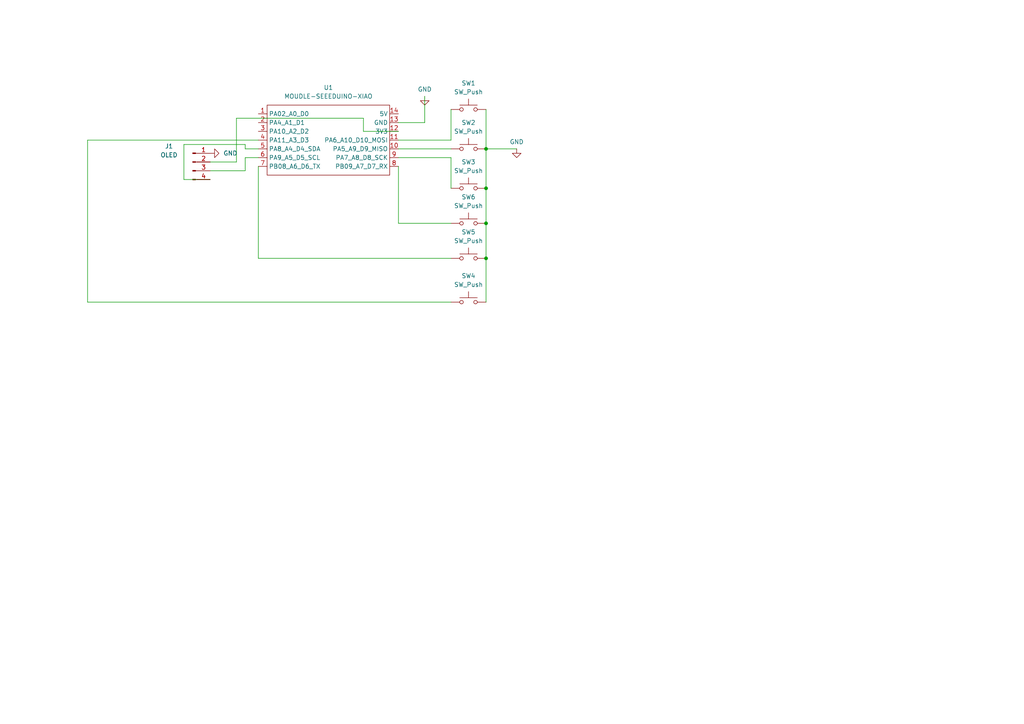
<source format=kicad_sch>
(kicad_sch (version 20231120) (generator "eeschema") (generator_version "8.0")
  (paper "A4")
  (lib_symbols
    (symbol "Connector:Conn_01x04_Pin" (pin_names (offset 1.016) hide)
      (property "Reference" "J" (at 0 5.08 0))
      (property "Value" "Conn_01x04_Pin" (at 0 -7.62 0))
      (symbol "Conn_01x04_Pin_1_1"
        (polyline (pts (xy 1.27 -5.08) (xy 0.8636 -5.08)) (stroke (width 0.1524)))
        (polyline (pts (xy 1.27 -2.54) (xy 0.8636 -2.54)) (stroke (width 0.1524)))
        (polyline (pts (xy 1.27 0) (xy 0.8636 0)) (stroke (width 0.1524)))
        (polyline (pts (xy 1.27 2.54) (xy 0.8636 2.54)) (stroke (width 0.1524)))
        (rectangle (start 0.8636 -4.953) (end 0 -5.207) (stroke (width 0.1524)) (fill (type outline)))
        (rectangle (start 0.8636 -2.413) (end 0 -2.667) (stroke (width 0.1524)) (fill (type outline)))
        (rectangle (start 0.8636 0.127) (end 0 -0.127) (stroke (width 0.1524)) (fill (type outline)))
        (rectangle (start 0.8636 2.667) (end 0 2.413) (stroke (width 0.1524)) (fill (type outline)))
        (pin passive line (at 5.08 2.54 180) (length 3.81) (name "Pin_1") (number "1"))
        (pin passive line (at 5.08 0 180) (length 3.81) (name "Pin_2") (number "2"))
        (pin passive line (at 5.08 -2.54 180) (length 3.81) (name "Pin_3") (number "3"))
        (pin passive line (at 5.08 -5.08 180) (length 3.81) (name "Pin_4") (number "4"))
      )
    )
    (symbol "Switch:SW_Push" (pin_numbers hide) (pin_names (offset 1.016) hide)
      (property "Reference" "SW" (at 1.27 2.54 0))
      (property "Value" "SW_Push" (at 0 -1.524 0))
      (symbol "SW_Push_0_1"
        (circle (center -2.032 0) (radius 0.508))
        (polyline (pts (xy 0 1.27) (xy 0 3.048)))
        (polyline (pts (xy 2.54 1.27) (xy -2.54 1.27)))
        (circle (center 2.032 0) (radius 0.508))
        (pin passive line (at -5.08 0 0) (length 2.54) (name "1") (number "1"))
        (pin passive line (at 5.08 0 180) (length 2.54) (name "2") (number "2"))
      )
    )
    (symbol "XIAO_RP2040:MOUDLE-SEEEDUINO-XIAO"
      (property "Reference" "U" (at -16.51 11.43 0))
      (property "Value" "MOUDLE-SEEEDUINO-XIAO" (at -3.81 -11.43 0))
      (symbol "MOUDLE-SEEEDUINO-XIAO_0_1"
        (rectangle (start -16.51 10.16) (end 19.05 -10.16))
      )
      (symbol "MOUDLE-SEEEDUINO-XIAO_1_1"
        (pin passive line (at -19.05 7.62 0) (length 2.54) (name "PA02_A0_D0") (number "1"))
        (pin passive line (at 21.59 -2.54 180) (length 2.54) (name "PA5_A9_D9_MISO") (number "10"))
        (pin passive line (at 21.59 0 180) (length 2.54) (name "PA6_A10_D10_MOSI") (number "11"))
        (pin passive line (at 21.59 2.54 180) (length 2.54) (name "3V3") (number "12"))
        (pin passive line (at 21.59 5.08 180) (length 2.54) (name "GND") (number "13"))
        (pin passive line (at 21.59 7.62 180) (length 2.54) (name "5V") (number "14"))
        (pin passive line (at -19.05 5.08 0) (length 2.54) (name "PA4_A1_D1") (number "2"))
        (pin passive line (at -19.05 2.54 0) (length 2.54) (name "PA10_A2_D2") (number "3"))
        (pin passive line (at -19.05 0 0) (length 2.54) (name "PA11_A3_D3") (number "4"))
        (pin passive line (at -19.05 -2.54 0) (length 2.54) (name "PA8_A4_D4_SDA") (number "5"))
        (pin passive line (at -19.05 -5.08 0) (length 2.54) (name "PA9_A5_D5_SCL") (number "6"))
        (pin passive line (at -19.05 -7.62 0) (length 2.54) (name "PB08_A6_D6_TX") (number "7"))
        (pin passive line (at 21.59 -7.62 180) (length 2.54) (name "PB09_A7_D7_RX") (number "8"))
        (pin passive line (at 21.59 -5.08 180) (length 2.54) (name "PA7_A8_D8_SCK") (number "9"))
      )
    )
    (symbol "power:GND" (power) (pin_numbers hide) (pin_names (offset 0) hide)
      (property "Value" "GND" (at 0 -3.81 0))
      (symbol "GND_0_1"
        (polyline (pts (xy 0 0) (xy 0 -1.27) (xy 1.27 -1.27) (xy 0 -2.54) (xy -1.27 -1.27) (xy 0 -1.27)))
      )
      (symbol "GND_1_1"
        (pin power_in line (at 0 0 270) (length 0) (name "~") (number "1"))
      )
    )
  )
  (junction (at 140.97 64.77))
  (junction (at 140.97 43.18))
  (junction (at 140.97 54.61))
  (junction (at 140.97 74.93))
  (wire (pts (xy 71.12 41.91) (xy 71.12 43.18)))
  (wire (pts (xy 71.12 43.18) (xy 74.93 43.18)))
  (wire (pts (xy 68.58 46.99) (xy 68.58 34.29)))
  (wire (pts (xy 115.57 45.72) (xy 130.81 45.72)))
  (wire (pts (xy 25.4 87.63) (xy 25.4 40.64)))
  (wire (pts (xy 53.34 41.91) (xy 71.12 41.91)))
  (wire (pts (xy 130.81 31.75) (xy 130.81 40.64)))
  (wire (pts (xy 130.81 45.72) (xy 130.81 54.61)))
  (wire (pts (xy 140.97 31.75) (xy 140.97 43.18)))
  (wire (pts (xy 140.97 64.77) (xy 140.97 74.93)))
  (wire (pts (xy 68.58 34.29) (xy 105.41 34.29)))
  (wire (pts (xy 115.57 35.56) (xy 123.19 35.56)))
  (wire (pts (xy 130.81 40.64) (xy 115.57 40.64)))
  (wire (pts (xy 115.57 64.77) (xy 130.81 64.77)))
  (wire (pts (xy 60.96 49.53) (xy 71.12 49.53)))
  (wire (pts (xy 140.97 43.18) (xy 140.97 54.61)))
  (wire (pts (xy 60.96 52.07) (xy 53.34 52.07)))
  (wire (pts (xy 53.34 52.07) (xy 53.34 41.91)))
  (wire (pts (xy 74.93 74.93) (xy 130.81 74.93)))
  (wire (pts (xy 74.93 48.26) (xy 74.93 74.93)))
  (wire (pts (xy 123.19 35.56) (xy 123.19 27.94)))
  (wire (pts (xy 71.12 45.72) (xy 74.93 45.72)))
  (wire (pts (xy 105.41 34.29) (xy 105.41 38.1)))
  (wire (pts (xy 140.97 54.61) (xy 140.97 64.77)))
  (wire (pts (xy 140.97 74.93) (xy 140.97 87.63)))
  (wire (pts (xy 115.57 48.26) (xy 115.57 64.77)))
  (wire (pts (xy 60.96 46.99) (xy 68.58 46.99)))
  (wire (pts (xy 105.41 38.1) (xy 115.57 38.1)))
  (wire (pts (xy 130.81 43.18) (xy 115.57 43.18)))
  (wire (pts (xy 140.97 43.18) (xy 149.86 43.18)))
  (wire (pts (xy 25.4 40.64) (xy 74.93 40.64)))
  (wire (pts (xy 25.4 87.63) (xy 130.81 87.63)))
  (wire (pts (xy 71.12 49.53) (xy 71.12 45.72)))
  (symbol (lib_id "power:GND") (at 123.19 27.94 0) (unit 1)
    (property "Reference" "#PWR01" (effects (hide yes)))
    (property "Value" "GND" (at 123.19 25.908 0))
    (property "Description" "Power symbol creates a global label with name \"GND\" , ground" (effects (hide yes)))
  )
  (symbol (lib_id "power:GND") (at 149.86 43.18 0) (unit 1)
    (property "Reference" "#PWR02" (effects (hide yes)))
    (property "Value" "GND" (at 149.86 41.148 0))
    (property "Description" "Power symbol creates a global label with name \"GND\" , ground" (effects (hide yes)))
  )
  (symbol (lib_id "Switch:SW_Push") (at 135.89 43.18 0) (unit 1)
    (property "Reference" "SW2" (at 135.89 35.56 0))
    (property "Value" "SW_Push" (at 135.89 38.1 0))
    (property "Footprint" "Button_Switch_Keyboard:SW_Cherry_MX_1.00u_PCB" (effects (hide yes)))
    (property "Description" "Push button switch, generic, two pins" (effects (hide yes)))
  )
  (symbol (lib_id "XIAO_RP2040:MOUDLE-SEEEDUINO-XIAO") (at 93.98 40.64 0) (unit 1)
    (property "Reference" "U1" (at 95.25 25.4 0))
    (property "Value" "MOUDLE-SEEEDUINO-XIAO" (at 95.25 27.94 0))
    (property "Footprint" "footprints:XIAO-Generic-Hybrid-14P-2.54-21X17.8MM" (effects (hide yes)))
  )
  (symbol (lib_id "Switch:SW_Push") (at 135.89 87.63 0) (unit 1)
    (property "Reference" "SW4" (at 135.89 80.01 0))
    (property "Value" "SW_Push" (at 135.89 82.55 0))
    (property "Footprint" "Button_Switch_Keyboard:SW_Cherry_MX_1.00u_PCB" (effects (hide yes)))
    (property "Description" "Push button switch, generic, two pins" (effects (hide yes)))
  )
  (symbol (lib_id "Switch:SW_Push") (at 135.89 54.61 0) (unit 1)
    (property "Reference" "SW3" (at 135.89 46.99 0))
    (property "Value" "SW_Push" (at 135.89 49.53 0))
    (property "Footprint" "Button_Switch_Keyboard:SW_Cherry_MX_1.00u_PCB" (effects (hide yes)))
    (property "Description" "Push button switch, generic, two pins" (effects (hide yes)))
  )
  (symbol (lib_id "Connector:Conn_01x04_Pin") (at 55.88 46.99 0) (unit 1)
    (property "Reference" "J1" (at 49.022 42.418 0))
    (property "Value" "OLED" (at 49.022 44.958 0))
    (property "Footprint" "footprints:SSD1306-0.91-OLED-4pin-128x32" (effects (hide yes)))
    (property "Description" "Generic connector, single row, 01x04, script generated" (effects (hide yes)))
  )
  (symbol (lib_id "power:GND") (at 60.96 44.45 90) (unit 1)
    (property "Reference" "#PWR04" (effects (hide yes)))
    (property "Value" "GND" (at 64.77 44.4499 90) (effects (justify right)))
    (property "Description" "Power symbol creates a global label with name \"GND\" , ground" (effects (hide yes)))
  )
  (symbol (lib_id "Switch:SW_Push") (at 135.89 31.75 0) (unit 1)
    (property "Reference" "SW1" (at 135.89 24.13 0))
    (property "Value" "SW_Push" (at 135.89 26.67 0))
    (property "Footprint" "Button_Switch_Keyboard:SW_Cherry_MX_1.00u_PCB" (effects (hide yes)))
    (property "Description" "Push button switch, generic, two pins" (effects (hide yes)))
  )
  (symbol (lib_id "Switch:SW_Push") (at 135.89 64.77 0) (unit 1)
    (property "Reference" "SW6" (at 135.89 57.15 0))
    (property "Value" "SW_Push" (at 135.89 59.69 0))
    (property "Footprint" "Button_Switch_Keyboard:SW_Cherry_MX_1.00u_PCB" (effects (hide yes)))
    (property "Description" "Push button switch, generic, two pins" (effects (hide yes)))
  )
  (symbol (lib_id "Switch:SW_Push") (at 135.89 74.93 0) (unit 1)
    (property "Reference" "SW5" (at 135.89 67.31 0))
    (property "Value" "SW_Push" (at 135.89 69.85 0))
    (property "Footprint" "Button_Switch_Keyboard:SW_Cherry_MX_1.00u_PCB" (effects (hide yes)))
    (property "Description" "Push button switch, generic, two pins" (effects (hide yes)))
  )
)
</source>
